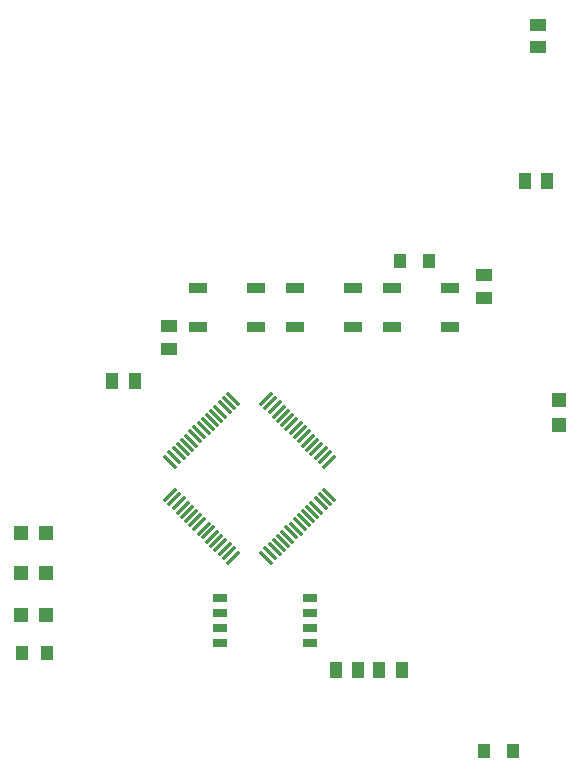
<source format=gtp>
%FSTAX23Y23*%
%MOIN*%
%SFA1B1*%

%IPPOS*%
%AMD21*
4,1,4,-0.025700,0.017400,0.017400,-0.025700,0.025700,-0.017400,-0.017400,0.025700,-0.025700,0.017400,0.0*
%
%AMD22*
4,1,4,0.017400,0.025700,-0.025700,-0.017400,-0.017400,-0.025700,0.025700,0.017400,0.017400,0.025700,0.0*
%
%ADD16R,0.041340X0.055120*%
%ADD17R,0.055120X0.041340*%
%ADD18R,0.059060X0.035430*%
%ADD19R,0.050000X0.029920*%
%ADD20R,0.047240X0.047240*%
G04~CAMADD=21~9~0.0~0.0~610.2~118.1~0.0~0.0~0~0.0~0.0~0.0~0.0~0~0.0~0.0~0.0~0.0~0~0.0~0.0~0.0~135.0~514.0~513.0*
%ADD21D21*%
G04~CAMADD=22~9~0.0~0.0~610.2~118.1~0.0~0.0~0~0.0~0.0~0.0~0.0~0~0.0~0.0~0.0~0.0~0~0.0~0.0~0.0~45.0~514.0~513.0*
%ADD22D22*%
%ADD23R,0.043310X0.047240*%
%ADD24R,0.043310X0.049210*%
%ADD25R,0.047240X0.047240*%
%LNmotor_unit_rev_3-1*%
%LPD*%
G54D16*
X01327Y00385D03*
X01252D03*
X01182D03*
X01107D03*
X00362Y0135D03*
X00437D03*
X01812Y02015D03*
X01737D03*
G54D17*
X0178Y02462D03*
Y02537D03*
X016Y01702D03*
Y01627D03*
X0055Y01457D03*
Y01532D03*
G54D18*
X00841Y0153D03*
Y01659D03*
X00648D03*
Y0153D03*
X01163D03*
Y01659D03*
X00971D03*
Y0153D03*
X01486D03*
Y01659D03*
X01293D03*
Y0153D03*
G54D19*
X0102Y00625D03*
Y00575D03*
Y00525D03*
Y00475D03*
X0072D03*
Y00525D03*
Y00575D03*
Y00625D03*
G54D20*
X0185Y01286D03*
Y01203D03*
G54D21*
X00555Y0108D03*
X00569Y01094D03*
X00583Y01108D03*
X00597Y01122D03*
X00611Y01136D03*
X00625Y0115D03*
X00639Y01164D03*
X00652Y01178D03*
X00666Y01192D03*
X0068Y01205D03*
X00694Y01219D03*
X00708Y01233D03*
X00722Y01247D03*
X00736Y01261D03*
X0075Y01275D03*
X00764Y01289D03*
X01084Y00969D03*
X0107Y00955D03*
X01056Y00941D03*
X01042Y00927D03*
X01028Y00913D03*
X01014Y00899D03*
X01Y00885D03*
X00987Y00871D03*
X00973Y00857D03*
X00959Y00844D03*
X00945Y0083D03*
X00931Y00816D03*
X00917Y00802D03*
X00903Y00788D03*
X00889Y00774D03*
X00875Y0076D03*
G54D22*
X00875Y01289D03*
X00889Y01275D03*
X00903Y01261D03*
X00917Y01247D03*
X00931Y01233D03*
X00945Y01219D03*
X00959Y01205D03*
X00973Y01192D03*
X00987Y01178D03*
X01Y01164D03*
X01014Y0115D03*
X01028Y01136D03*
X01042Y01122D03*
X01056Y01108D03*
X0107Y01094D03*
X01084Y0108D03*
X00764Y0076D03*
X0075Y00774D03*
X00736Y00788D03*
X00722Y00802D03*
X00708Y00816D03*
X00694Y0083D03*
X0068Y00844D03*
X00666Y00857D03*
X00652Y00871D03*
X00639Y00885D03*
X00625Y00899D03*
X00611Y00913D03*
X00597Y00927D03*
X00583Y00941D03*
X00569Y00955D03*
X00555Y00969D03*
G54D23*
X0006Y00443D03*
X00143D03*
G54D24*
X0132Y0175D03*
X01419D03*
X01698Y00115D03*
X016D03*
G54D25*
X00057Y00843D03*
X0014D03*
X00057Y0071D03*
X0014D03*
X00058Y0057D03*
X00141D03*
M02*
</source>
